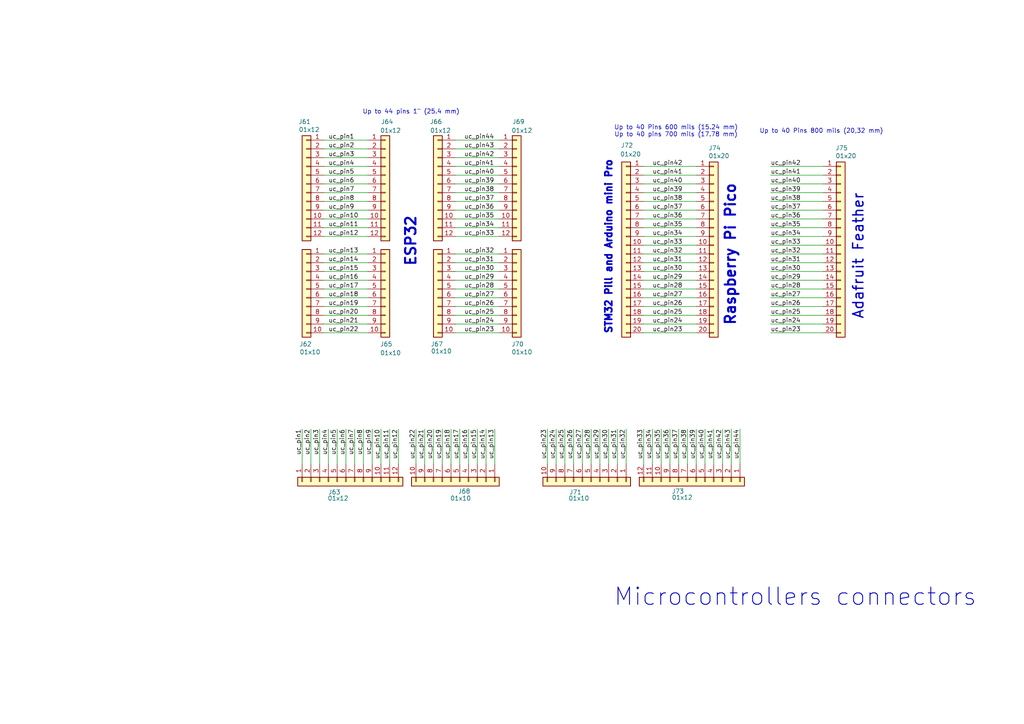
<source format=kicad_sch>
(kicad_sch (version 20231120) (generator "eeschema") (generator_version "8.0")
  (paper "A4")
  (title_block (title "ProtoConn Schematics") (date "2024-12-01") (rev "1") (company "@pakequis"))
  (lib_symbols
    (symbol "Connector_Generic:Conn_01x10" (pin_names (offset 1.016) hide)
      (property "Reference" "J" (at 0 12.7 0))
      (property "Value" "Conn_01x10" (at 0 -15.24 0))
      (symbol "Conn_01x10_1_1"
        (rectangle (start -1.27 -12.573) (end 0 -12.827) (stroke (width 0.1524)))
        (rectangle (start -1.27 -10.033) (end 0 -10.287) (stroke (width 0.1524)))
        (rectangle (start -1.27 -7.493) (end 0 -7.747) (stroke (width 0.1524)))
        (rectangle (start -1.27 -4.953) (end 0 -5.207) (stroke (width 0.1524)))
        (rectangle (start -1.27 -2.413) (end 0 -2.667) (stroke (width 0.1524)))
        (rectangle (start -1.27 0.127) (end 0 -0.127) (stroke (width 0.1524)))
        (rectangle (start -1.27 2.667) (end 0 2.413) (stroke (width 0.1524)))
        (rectangle (start -1.27 5.207) (end 0 4.953) (stroke (width 0.1524)))
        (rectangle (start -1.27 7.747) (end 0 7.493) (stroke (width 0.1524)))
        (rectangle (start -1.27 10.287) (end 0 10.033) (stroke (width 0.1524)))
        (rectangle (start -1.27 11.43) (end 1.27 -13.97) (stroke (width 0.254)) (fill (type background)))
        (pin passive line (at -5.08 10.16 0) (length 3.81) (name "Pin_1") (number "1"))
        (pin passive line (at -5.08 -12.7 0) (length 3.81) (name "Pin_10") (number "10"))
        (pin passive line (at -5.08 7.62 0) (length 3.81) (name "Pin_2") (number "2"))
        (pin passive line (at -5.08 5.08 0) (length 3.81) (name "Pin_3") (number "3"))
        (pin passive line (at -5.08 2.54 0) (length 3.81) (name "Pin_4") (number "4"))
        (pin passive line (at -5.08 0 0) (length 3.81) (name "Pin_5") (number "5"))
        (pin passive line (at -5.08 -2.54 0) (length 3.81) (name "Pin_6") (number "6"))
        (pin passive line (at -5.08 -5.08 0) (length 3.81) (name "Pin_7") (number "7"))
        (pin passive line (at -5.08 -7.62 0) (length 3.81) (name "Pin_8") (number "8"))
        (pin passive line (at -5.08 -10.16 0) (length 3.81) (name "Pin_9") (number "9"))
      )
    )
    (symbol "Connector_Generic:Conn_01x12" (pin_names (offset 1.016) hide)
      (property "Reference" "J" (at 0 15.24 0))
      (property "Value" "Conn_01x12" (at 0 -17.78 0))
      (symbol "Conn_01x12_1_1"
        (rectangle (start -1.27 -15.113) (end 0 -15.367) (stroke (width 0.1524)))
        (rectangle (start -1.27 -12.573) (end 0 -12.827) (stroke (width 0.1524)))
        (rectangle (start -1.27 -10.033) (end 0 -10.287) (stroke (width 0.1524)))
        (rectangle (start -1.27 -7.493) (end 0 -7.747) (stroke (width 0.1524)))
        (rectangle (start -1.27 -4.953) (end 0 -5.207) (stroke (width 0.1524)))
        (rectangle (start -1.27 -2.413) (end 0 -2.667) (stroke (width 0.1524)))
        (rectangle (start -1.27 0.127) (end 0 -0.127) (stroke (width 0.1524)))
        (rectangle (start -1.27 2.667) (end 0 2.413) (stroke (width 0.1524)))
        (rectangle (start -1.27 5.207) (end 0 4.953) (stroke (width 0.1524)))
        (rectangle (start -1.27 7.747) (end 0 7.493) (stroke (width 0.1524)))
        (rectangle (start -1.27 10.287) (end 0 10.033) (stroke (width 0.1524)))
        (rectangle (start -1.27 12.827) (end 0 12.573) (stroke (width 0.1524)))
        (rectangle (start -1.27 13.97) (end 1.27 -16.51) (stroke (width 0.254)) (fill (type background)))
        (pin passive line (at -5.08 12.7 0) (length 3.81) (name "Pin_1") (number "1"))
        (pin passive line (at -5.08 -10.16 0) (length 3.81) (name "Pin_10") (number "10"))
        (pin passive line (at -5.08 -12.7 0) (length 3.81) (name "Pin_11") (number "11"))
        (pin passive line (at -5.08 -15.24 0) (length 3.81) (name "Pin_12") (number "12"))
        (pin passive line (at -5.08 10.16 0) (length 3.81) (name "Pin_2") (number "2"))
        (pin passive line (at -5.08 7.62 0) (length 3.81) (name "Pin_3") (number "3"))
        (pin passive line (at -5.08 5.08 0) (length 3.81) (name "Pin_4") (number "4"))
        (pin passive line (at -5.08 2.54 0) (length 3.81) (name "Pin_5") (number "5"))
        (pin passive line (at -5.08 0 0) (length 3.81) (name "Pin_6") (number "6"))
        (pin passive line (at -5.08 -2.54 0) (length 3.81) (name "Pin_7") (number "7"))
        (pin passive line (at -5.08 -5.08 0) (length 3.81) (name "Pin_8") (number "8"))
        (pin passive line (at -5.08 -7.62 0) (length 3.81) (name "Pin_9") (number "9"))
      )
    )
    (symbol "Connector_Generic:Conn_01x20" (pin_names (offset 1.016) hide)
      (property "Reference" "J" (at 0 25.4 0))
      (property "Value" "Conn_01x20" (at 0 -27.94 0))
      (symbol "Conn_01x20_1_1"
        (rectangle (start -1.27 -25.273) (end 0 -25.527) (stroke (width 0.1524)))
        (rectangle (start -1.27 -22.733) (end 0 -22.987) (stroke (width 0.1524)))
        (rectangle (start -1.27 -20.193) (end 0 -20.447) (stroke (width 0.1524)))
        (rectangle (start -1.27 -17.653) (end 0 -17.907) (stroke (width 0.1524)))
        (rectangle (start -1.27 -15.113) (end 0 -15.367) (stroke (width 0.1524)))
        (rectangle (start -1.27 -12.573) (end 0 -12.827) (stroke (width 0.1524)))
        (rectangle (start -1.27 -10.033) (end 0 -10.287) (stroke (width 0.1524)))
        (rectangle (start -1.27 -7.493) (end 0 -7.747) (stroke (width 0.1524)))
        (rectangle (start -1.27 -4.953) (end 0 -5.207) (stroke (width 0.1524)))
        (rectangle (start -1.27 -2.413) (end 0 -2.667) (stroke (width 0.1524)))
        (rectangle (start -1.27 0.127) (end 0 -0.127) (stroke (width 0.1524)))
        (rectangle (start -1.27 2.667) (end 0 2.413) (stroke (width 0.1524)))
        (rectangle (start -1.27 5.207) (end 0 4.953) (stroke (width 0.1524)))
        (rectangle (start -1.27 7.747) (end 0 7.493) (stroke (width 0.1524)))
        (rectangle (start -1.27 10.287) (end 0 10.033) (stroke (width 0.1524)))
        (rectangle (start -1.27 12.827) (end 0 12.573) (stroke (width 0.1524)))
        (rectangle (start -1.27 15.367) (end 0 15.113) (stroke (width 0.1524)))
        (rectangle (start -1.27 17.907) (end 0 17.653) (stroke (width 0.1524)))
        (rectangle (start -1.27 20.447) (end 0 20.193) (stroke (width 0.1524)))
        (rectangle (start -1.27 22.987) (end 0 22.733) (stroke (width 0.1524)))
        (rectangle (start -1.27 24.13) (end 1.27 -26.67) (stroke (width 0.254)) (fill (type background)))
        (pin passive line (at -5.08 22.86 0) (length 3.81) (name "Pin_1") (number "1"))
        (pin passive line (at -5.08 0 0) (length 3.81) (name "Pin_10") (number "10"))
        (pin passive line (at -5.08 -2.54 0) (length 3.81) (name "Pin_11") (number "11"))
        (pin passive line (at -5.08 -5.08 0) (length 3.81) (name "Pin_12") (number "12"))
        (pin passive line (at -5.08 -7.62 0) (length 3.81) (name "Pin_13") (number "13"))
        (pin passive line (at -5.08 -10.16 0) (length 3.81) (name "Pin_14") (number "14"))
        (pin passive line (at -5.08 -12.7 0) (length 3.81) (name "Pin_15") (number "15"))
        (pin passive line (at -5.08 -15.24 0) (length 3.81) (name "Pin_16") (number "16"))
        (pin passive line (at -5.08 -17.78 0) (length 3.81) (name "Pin_17") (number "17"))
        (pin passive line (at -5.08 -20.32 0) (length 3.81) (name "Pin_18") (number "18"))
        (pin passive line (at -5.08 -22.86 0) (length 3.81) (name "Pin_19") (number "19"))
        (pin passive line (at -5.08 20.32 0) (length 3.81) (name "Pin_2") (number "2"))
        (pin passive line (at -5.08 -25.4 0) (length 3.81) (name "Pin_20") (number "20"))
        (pin passive line (at -5.08 17.78 0) (length 3.81) (name "Pin_3") (number "3"))
        (pin passive line (at -5.08 15.24 0) (length 3.81) (name "Pin_4") (number "4"))
        (pin passive line (at -5.08 12.7 0) (length 3.81) (name "Pin_5") (number "5"))
        (pin passive line (at -5.08 10.16 0) (length 3.81) (name "Pin_6") (number "6"))
        (pin passive line (at -5.08 7.62 0) (length 3.81) (name "Pin_7") (number "7"))
        (pin passive line (at -5.08 5.08 0) (length 3.81) (name "Pin_8") (number "8"))
        (pin passive line (at -5.08 2.54 0) (length 3.81) (name "Pin_9") (number "9"))
      )
    )
  )
  (wire (pts (xy 110.49 124.46) (xy 110.49 134.62)))
  (wire (pts (xy 194.31 124.46) (xy 194.31 134.62)))
  (wire (pts (xy 223.52 48.26) (xy 238.76 48.26)))
  (wire (pts (xy 186.69 86.36) (xy 201.93 86.36)))
  (wire (pts (xy 132.08 73.66) (xy 144.78 73.66)))
  (wire (pts (xy 115.57 124.46) (xy 115.57 134.62)))
  (wire (pts (xy 93.98 78.74) (xy 106.68 78.74)))
  (wire (pts (xy 132.08 93.98) (xy 144.78 93.98)))
  (wire (pts (xy 93.98 43.18) (xy 106.68 43.18)))
  (wire (pts (xy 223.52 71.12) (xy 238.76 71.12)))
  (wire (pts (xy 181.61 124.46) (xy 181.61 134.62)))
  (wire (pts (xy 173.99 124.46) (xy 173.99 134.62)))
  (wire (pts (xy 186.69 48.26) (xy 201.93 48.26)))
  (wire (pts (xy 223.52 60.96) (xy 238.76 60.96)))
  (wire (pts (xy 132.08 81.28) (xy 144.78 81.28)))
  (wire (pts (xy 186.69 78.74) (xy 201.93 78.74)))
  (wire (pts (xy 93.98 58.42) (xy 106.68 58.42)))
  (wire (pts (xy 93.98 66.04) (xy 106.68 66.04)))
  (wire (pts (xy 93.98 88.9) (xy 106.68 88.9)))
  (wire (pts (xy 186.69 53.34) (xy 201.93 53.34)))
  (wire (pts (xy 204.47 124.46) (xy 204.47 134.62)))
  (wire (pts (xy 102.87 124.46) (xy 102.87 134.62)))
  (wire (pts (xy 97.79 124.46) (xy 97.79 134.62)))
  (wire (pts (xy 209.55 124.46) (xy 209.55 134.62)))
  (wire (pts (xy 93.98 96.52) (xy 106.68 96.52)))
  (wire (pts (xy 186.69 58.42) (xy 201.93 58.42)))
  (wire (pts (xy 128.27 124.46) (xy 128.27 134.62)))
  (wire (pts (xy 158.75 124.46) (xy 158.75 134.62)))
  (wire (pts (xy 207.01 124.46) (xy 207.01 134.62)))
  (wire (pts (xy 179.07 124.46) (xy 179.07 134.62)))
  (wire (pts (xy 93.98 60.96) (xy 106.68 60.96)))
  (wire (pts (xy 87.63 124.46) (xy 87.63 134.62)))
  (wire (pts (xy 132.08 45.72) (xy 144.78 45.72)))
  (wire (pts (xy 223.52 91.44) (xy 238.76 91.44)))
  (wire (pts (xy 93.98 53.34) (xy 106.68 53.34)))
  (wire (pts (xy 223.52 76.2) (xy 238.76 76.2)))
  (wire (pts (xy 120.65 124.46) (xy 120.65 134.62)))
  (wire (pts (xy 132.08 96.52) (xy 144.78 96.52)))
  (wire (pts (xy 163.83 124.46) (xy 163.83 134.62)))
  (wire (pts (xy 186.69 83.82) (xy 201.93 83.82)))
  (wire (pts (xy 138.43 124.46) (xy 138.43 134.62)))
  (wire (pts (xy 223.52 93.98) (xy 238.76 93.98)))
  (wire (pts (xy 95.25 124.46) (xy 95.25 134.62)))
  (wire (pts (xy 123.19 124.46) (xy 123.19 134.62)))
  (wire (pts (xy 93.98 76.2) (xy 106.68 76.2)))
  (wire (pts (xy 132.08 53.34) (xy 144.78 53.34)))
  (wire (pts (xy 93.98 73.66) (xy 106.68 73.66)))
  (wire (pts (xy 171.45 124.46) (xy 171.45 134.62)))
  (wire (pts (xy 135.89 124.46) (xy 135.89 134.62)))
  (wire (pts (xy 133.35 124.46) (xy 133.35 134.62)))
  (wire (pts (xy 186.69 124.46) (xy 186.69 134.62)))
  (wire (pts (xy 223.52 68.58) (xy 238.76 68.58)))
  (wire (pts (xy 132.08 88.9) (xy 144.78 88.9)))
  (wire (pts (xy 201.93 124.46) (xy 201.93 134.62)))
  (wire (pts (xy 132.08 50.8) (xy 144.78 50.8)))
  (wire (pts (xy 93.98 63.5) (xy 106.68 63.5)))
  (wire (pts (xy 189.23 124.46) (xy 189.23 134.62)))
  (wire (pts (xy 132.08 91.44) (xy 144.78 91.44)))
  (wire (pts (xy 186.69 60.96) (xy 201.93 60.96)))
  (wire (pts (xy 199.39 124.46) (xy 199.39 134.62)))
  (wire (pts (xy 93.98 93.98) (xy 106.68 93.98)))
  (wire (pts (xy 93.98 83.82) (xy 106.68 83.82)))
  (wire (pts (xy 214.63 124.46) (xy 214.63 134.62)))
  (wire (pts (xy 161.29 124.46) (xy 161.29 134.62)))
  (wire (pts (xy 107.95 124.46) (xy 107.95 134.62)))
  (wire (pts (xy 132.08 43.18) (xy 144.78 43.18)))
  (wire (pts (xy 196.85 124.46) (xy 196.85 134.62)))
  (wire (pts (xy 186.69 76.2) (xy 201.93 76.2)))
  (wire (pts (xy 125.73 124.46) (xy 125.73 134.62)))
  (wire (pts (xy 132.08 66.04) (xy 144.78 66.04)))
  (wire (pts (xy 223.52 50.8) (xy 238.76 50.8)))
  (wire (pts (xy 223.52 83.82) (xy 238.76 83.82)))
  (wire (pts (xy 132.08 55.88) (xy 144.78 55.88)))
  (wire (pts (xy 223.52 81.28) (xy 238.76 81.28)))
  (wire (pts (xy 166.37 124.46) (xy 166.37 134.62)))
  (wire (pts (xy 223.52 86.36) (xy 238.76 86.36)))
  (wire (pts (xy 186.69 68.58) (xy 201.93 68.58)))
  (wire (pts (xy 93.98 55.88) (xy 106.68 55.88)))
  (wire (pts (xy 186.69 96.52) (xy 201.93 96.52)))
  (wire (pts (xy 132.08 68.58) (xy 144.78 68.58)))
  (wire (pts (xy 223.52 53.34) (xy 238.76 53.34)))
  (wire (pts (xy 93.98 68.58) (xy 106.68 68.58)))
  (wire (pts (xy 223.52 66.04) (xy 238.76 66.04)))
  (wire (pts (xy 223.52 96.52) (xy 238.76 96.52)))
  (wire (pts (xy 212.09 124.46) (xy 212.09 134.62)))
  (wire (pts (xy 186.69 73.66) (xy 201.93 73.66)))
  (wire (pts (xy 186.69 50.8) (xy 201.93 50.8)))
  (wire (pts (xy 132.08 58.42) (xy 144.78 58.42)))
  (wire (pts (xy 132.08 83.82) (xy 144.78 83.82)))
  (wire (pts (xy 132.08 60.96) (xy 144.78 60.96)))
  (wire (pts (xy 223.52 63.5) (xy 238.76 63.5)))
  (wire (pts (xy 176.53 124.46) (xy 176.53 134.62)))
  (wire (pts (xy 143.51 124.46) (xy 143.51 134.62)))
  (wire (pts (xy 93.98 86.36) (xy 106.68 86.36)))
  (wire (pts (xy 140.97 124.46) (xy 140.97 134.62)))
  (wire (pts (xy 186.69 91.44) (xy 201.93 91.44)))
  (wire (pts (xy 93.98 40.64) (xy 106.68 40.64)))
  (wire (pts (xy 186.69 81.28) (xy 201.93 81.28)))
  (wire (pts (xy 223.52 88.9) (xy 238.76 88.9)))
  (wire (pts (xy 186.69 55.88) (xy 201.93 55.88)))
  (wire (pts (xy 186.69 63.5) (xy 201.93 63.5)))
  (wire (pts (xy 132.08 48.26) (xy 144.78 48.26)))
  (wire (pts (xy 132.08 86.36) (xy 144.78 86.36)))
  (wire (pts (xy 223.52 78.74) (xy 238.76 78.74)))
  (wire (pts (xy 186.69 71.12) (xy 201.93 71.12)))
  (wire (pts (xy 132.08 78.74) (xy 144.78 78.74)))
  (wire (pts (xy 100.33 124.46) (xy 100.33 134.62)))
  (wire (pts (xy 105.41 124.46) (xy 105.41 134.62)))
  (wire (pts (xy 168.91 124.46) (xy 168.91 134.62)))
  (wire (pts (xy 186.69 93.98) (xy 201.93 93.98)))
  (wire (pts (xy 191.77 124.46) (xy 191.77 134.62)))
  (wire (pts (xy 132.08 63.5) (xy 144.78 63.5)))
  (wire (pts (xy 223.52 58.42) (xy 238.76 58.42)))
  (wire (pts (xy 93.98 45.72) (xy 106.68 45.72)))
  (wire (pts (xy 130.81 124.46) (xy 130.81 134.62)))
  (wire (pts (xy 93.98 50.8) (xy 106.68 50.8)))
  (wire (pts (xy 186.69 88.9) (xy 201.93 88.9)))
  (wire (pts (xy 92.71 124.46) (xy 92.71 134.62)))
  (wire (pts (xy 93.98 48.26) (xy 106.68 48.26)))
  (wire (pts (xy 186.69 66.04) (xy 201.93 66.04)))
  (wire (pts (xy 113.03 124.46) (xy 113.03 134.62)))
  (wire (pts (xy 223.52 73.66) (xy 238.76 73.66)))
  (wire (pts (xy 93.98 91.44) (xy 106.68 91.44)))
  (wire (pts (xy 132.08 40.64) (xy 144.78 40.64)))
  (wire (pts (xy 132.08 76.2) (xy 144.78 76.2)))
  (wire (pts (xy 90.17 124.46) (xy 90.17 134.62)))
  (wire (pts (xy 223.52 55.88) (xy 238.76 55.88)))
  (wire (pts (xy 93.98 81.28) (xy 106.68 81.28)))
  (text "ESP32" (at 119.126 62.484 90) (effects (font (size 3 3) (thickness 0.6) (bold yes)) (justify right)))
  (text "Raspberry Pi Pico" (at 211.836 53.086 90) (effects (font (size 3 3) (thickness 0.6) (bold yes)) (justify right)))
  (text "STM32 Pill and Arduino mini Pro" (at 176.53 46.228 90) (effects (font (size 2 2) (thickness 0.6) (bold yes)) (justify right)))
  (text "Microcontrollers connectors" (at 283.464 173.228 0) (effects (font (size 5 5) (thickness 0.254) (bold yes)) (justify right)))
  (text "Adafruit Feather" (at 248.92 55.88 90) (effects (font (size 3 3) (thickness 0.4) (bold yes)) (justify right)))
  (text "Up to 40 Pins 600 mils (15.24 mm)\nUp to 40 pins 700 mils (17.78 mm)" (at 196.088 38.1 0) (effects (font (size 1.27 1.27))))
  (text "Up to 44 pins 1\" (25.4 mm)" (at 133.35 32.512 0) (effects (font (size 1.27 1.27) (thickness 0.1588)) (justify right)))
  (text "Up to 40 Pins 800 mils (20,32 mm)" (at 238.252 38.1 0) (effects (font (size 1.27 1.27))))
  (label "uc_pin11" (at 113.03 124.46 270))
  (label "uc_pin33" (at 189.23 71.12 0))
  (label "uc_pin24" (at 161.29 124.46 270))
  (label "uc_pin37" (at 196.85 124.46 270))
  (label "uc_pin33" (at 186.69 124.46 270))
  (label "uc_pin42" (at 209.55 124.46 270))
  (label "uc_pin10" (at 95.25 63.5 0))
  (label "uc_pin39" (at 223.52 55.88 0))
  (label "uc_pin8" (at 105.41 124.46 270))
  (label "uc_pin24" (at 223.52 93.98 0))
  (label "uc_pin26" (at 189.23 88.9 0))
  (label "uc_pin33" (at 134.62 68.58 0))
  (label "uc_pin27" (at 223.52 86.36 0))
  (label "uc_pin17" (at 95.25 83.82 0))
  (label "uc_pin30" (at 223.52 78.74 0))
  (label "uc_pin42" (at 134.62 45.72 0))
  (label "uc_pin43" (at 134.62 43.18 0))
  (label "uc_pin32" (at 181.61 124.46 270))
  (label "uc_pin39" (at 134.62 53.34 0))
  (label "uc_pin23" (at 134.62 96.52 0))
  (label "uc_pin12" (at 115.57 124.46 270))
  (label "uc_pin26" (at 134.62 88.9 0))
  (label "uc_pin36" (at 194.31 124.46 270))
  (label "uc_pin22" (at 95.25 96.52 0))
  (label "uc_pin7" (at 95.25 55.88 0))
  (label "uc_pin11" (at 95.25 66.04 0))
  (label "uc_pin41" (at 189.23 50.8 0))
  (label "uc_pin13" (at 143.51 124.46 270))
  (label "uc_pin14" (at 95.25 76.2 0))
  (label "uc_pin2" (at 90.17 124.46 270) (effects (font (thickness 0.1588))))
  (label "uc_pin42" (at 189.23 48.26 0))
  (label "uc_pin38" (at 134.62 55.88 0))
  (label "uc_pin40" (at 223.52 53.34 0))
  (label "uc_pin29" (at 134.62 81.28 0))
  (label "uc_pin34" (at 223.52 68.58 0))
  (label "uc_pin4" (at 95.25 124.46 270))
  (label "uc_pin36" (at 134.62 60.96 0))
  (label "uc_pin32" (at 189.23 73.66 0))
  (label "uc_pin40" (at 134.62 50.8 0))
  (label "uc_pin21" (at 95.25 93.98 0))
  (label "uc_pin9" (at 107.95 124.46 270))
  (label "uc_pin41" (at 207.01 124.46 270))
  (label "uc_pin28" (at 171.45 124.46 270))
  (label "uc_pin21" (at 123.19 124.46 270))
  (label "uc_pin31" (at 134.62 76.2 0))
  (label "uc_pin34" (at 189.23 68.58 0))
  (label "uc_pin42" (at 223.52 48.26 0))
  (label "uc_pin28" (at 189.23 83.82 0))
  (label "uc_pin34" (at 189.23 124.46 270))
  (label "uc_pin18" (at 130.81 124.46 270))
  (label "uc_pin2" (at 95.25 43.18 0) (effects (font (thickness 0.1588))))
  (label "uc_pin24" (at 189.23 93.98 0))
  (label "uc_pin34" (at 134.62 66.04 0))
  (label "uc_pin9" (at 95.25 60.96 0))
  (label "uc_pin36" (at 189.23 63.5 0))
  (label "uc_pin43" (at 212.09 124.46 270))
  (label "uc_pin10" (at 110.49 124.46 270))
  (label "uc_pin18" (at 95.25 86.36 0))
  (label "uc_pin23" (at 158.75 124.46 270))
  (label "uc_pin38" (at 189.23 58.42 0))
  (label "uc_pin35" (at 134.62 63.5 0))
  (label "uc_pin25" (at 163.83 124.46 270))
  (label "uc_pin32" (at 134.62 73.66 0))
  (label "uc_pin32" (at 223.52 73.66 0))
  (label "uc_pin31" (at 179.07 124.46 270))
  (label "uc_pin24" (at 134.62 93.98 0))
  (label "uc_pin39" (at 189.23 55.88 0))
  (label "uc_pin37" (at 223.52 60.96 0))
  (label "uc_pin27" (at 189.23 86.36 0))
  (label "uc_pin6" (at 95.25 53.34 0))
  (label "uc_pin15" (at 138.43 124.46 270))
  (label "uc_pin20" (at 125.73 124.46 270))
  (label "uc_pin35" (at 191.77 124.46 270))
  (label "uc_pin1" (at 87.63 124.46 270) (effects (font (thickness 0.1588))))
  (label "uc_pin13" (at 95.25 73.66 0))
  (label "uc_pin37" (at 189.23 60.96 0))
  (label "uc_pin19" (at 95.25 88.9 0))
  (label "uc_pin4" (at 95.25 48.26 0))
  (label "uc_pin26" (at 223.52 88.9 0))
  (label "uc_pin27" (at 134.62 86.36 0))
  (label "uc_pin28" (at 223.52 83.82 0))
  (label "uc_pin8" (at 95.25 58.42 0))
  (label "uc_pin37" (at 134.62 58.42 0))
  (label "uc_pin36" (at 223.52 63.5 0))
  (label "uc_pin27" (at 168.91 124.46 270))
  (label "uc_pin38" (at 223.52 58.42 0))
  (label "uc_pin23" (at 189.23 96.52 0))
  (label "uc_pin41" (at 223.52 50.8 0))
  (label "uc_pin5" (at 95.25 50.8 0))
  (label "uc_pin31" (at 189.23 76.2 0))
  (label "uc_pin44" (at 214.63 124.46 270))
  (label "uc_pin41" (at 134.62 48.26 0))
  (label "uc_pin25" (at 189.23 91.44 0))
  (label "uc_pin30" (at 134.62 78.74 0))
  (label "uc_pin5" (at 97.79 124.46 270))
  (label "uc_pin22" (at 120.65 124.46 270))
  (label "uc_pin38" (at 199.39 124.46 270))
  (label "uc_pin14" (at 140.97 124.46 270))
  (label "uc_pin6" (at 100.33 124.46 270))
  (label "uc_pin25" (at 223.52 91.44 0))
  (label "uc_pin16" (at 95.25 81.28 0))
  (label "uc_pin3" (at 95.25 45.72 0) (effects (font (thickness 0.1588))))
  (label "uc_pin1" (at 95.25 40.64 0) (effects (font (thickness 0.1588))))
  (label "uc_pin35" (at 223.52 66.04 0))
  (label "uc_pin28" (at 134.62 83.82 0))
  (label "uc_pin3" (at 92.71 124.46 270) (effects (font (thickness 0.1588))))
  (label "uc_pin12" (at 95.25 68.58 0))
  (label "uc_pin44" (at 134.62 40.64 0))
  (label "uc_pin29" (at 189.23 81.28 0))
  (label "uc_pin19" (at 128.27 124.46 270))
  (label "uc_pin40" (at 189.23 53.34 0))
  (label "uc_pin17" (at 133.35 124.46 270))
  (label "uc_pin30" (at 189.23 78.74 0))
  (label "uc_pin26" (at 166.37 124.46 270))
  (label "uc_pin16" (at 135.89 124.46 270))
  (label "uc_pin40" (at 204.47 124.46 270))
  (label "uc_pin30" (at 176.53 124.46 270))
  (label "uc_pin29" (at 173.99 124.46 270))
  (label "uc_pin20" (at 95.25 91.44 0))
  (label "uc_pin7" (at 102.87 124.46 270))
  (label "uc_pin25" (at 134.62 91.44 0))
  (label "uc_pin15" (at 95.25 78.74 0))
  (label "uc_pin35" (at 189.23 66.04 0))
  (label "uc_pin31" (at 223.52 76.2 0))
  (label "uc_pin23" (at 223.52 96.52 0))
  (label "uc_pin33" (at 223.52 71.12 0))
  (label "uc_pin39" (at 201.93 124.46 270))
  (label "uc_pin29" (at 223.52 81.28 0))
  (symbol (lib_id "Connector_Generic:Conn_01x12") (at 149.86 53.34 0) (unit 1)
    (property "Reference" "J69" (at 148.59 35.306 0) (effects (justify left)))
    (property "Value" "01x12" (at 148.336 37.846 0) (effects (justify left)))
    (property "Footprint" "Connector_PinHeader_2.54mm:PinHeader_1x12_P2.54mm_Vertical" (effects (hide yes)))
    (property "Description" "Generic connector, single row, 01x12, script generated (kicad-library-utils/schlib/autogen/connector/)" (effects (hide yes)))
  )
  (symbol (lib_id "Connector_Generic:Conn_01x12") (at 88.9 53.34 0) (mirror y) (unit 1)
    (property "Reference" "J61" (at 90.17 35.306 0) (effects (justify left)))
    (property "Value" "01x12" (at 92.71 37.592 0) (effects (justify left)))
    (property "Footprint" "Connector_PinHeader_2.54mm:PinHeader_1x12_P2.54mm_Vertical" (effects (hide yes)))
    (property "Description" "Generic connector, single row, 01x12, script generated (kicad-library-utils/schlib/autogen/connector/)" (effects (hide yes)))
  )
  (symbol (lib_id "Connector_Generic:Conn_01x12") (at 100.33 139.7 90) (mirror x) (unit 1)
    (property "Reference" "J63" (at 98.806 142.748 90) (effects (justify left)))
    (property "Value" "01x12" (at 101.092 144.526 90) (effects (justify left)))
    (property "Footprint" "Connector_PinHeader_2.54mm:PinHeader_1x12_P2.54mm_Vertical" (effects (hide yes)))
    (property "Description" "Generic connector, single row, 01x12, script generated (kicad-library-utils/schlib/autogen/connector/)" (effects (hide yes)))
  )
  (symbol (lib_id "Connector_Generic:Conn_01x10") (at 171.45 139.7 270) (unit 1)
    (property "Reference" "J71" (at 165.1 142.748 90) (effects (justify left)))
    (property "Value" "01x10" (at 164.846 144.526 90) (effects (justify left)))
    (property "Footprint" "Connector_PinHeader_2.54mm:PinHeader_1x10_P2.54mm_Vertical" (effects (hide yes)))
    (property "Description" "Generic connector, single row, 01x10, script generated (kicad-library-utils/schlib/autogen/connector/)" (effects (hide yes)))
  )
  (symbol (lib_id "Connector_Generic:Conn_01x10") (at 127 83.82 0) (mirror y) (unit 1)
    (property "Reference" "J67" (at 128.524 99.822 0) (effects (justify left)))
    (property "Value" "01x10" (at 131.064 101.854 0) (effects (justify left)))
    (property "Footprint" "Connector_PinSocket_2.54mm:PinSocket_1x10_P2.54mm_Vertical" (effects (hide yes)))
    (property "Description" "Generic connector, single row, 01x10, script generated (kicad-library-utils/schlib/autogen/connector/)" (effects (hide yes)))
  )
  (symbol (lib_id "Connector_Generic:Conn_01x10") (at 133.35 139.7 270) (unit 1)
    (property "Reference" "J68" (at 132.842 142.494 90) (effects (justify left)))
    (property "Value" "01x10" (at 130.556 144.526 90) (effects (justify left)))
    (property "Footprint" "Connector_PinHeader_2.54mm:PinHeader_1x10_P2.54mm_Vertical" (effects (hide yes)))
    (property "Description" "Generic connector, single row, 01x10, script generated (kicad-library-utils/schlib/autogen/connector/)" (effects (hide yes)))
  )
  (symbol (lib_id "Connector_Generic:Conn_01x10") (at 111.76 83.82 0) (unit 1)
    (property "Reference" "J65" (at 110.236 99.822 0) (effects (justify left)))
    (property "Value" "01x10" (at 110.236 102.362 0) (effects (justify left)))
    (property "Footprint" "Connector_PinSocket_2.54mm:PinSocket_1x10_P2.54mm_Vertical" (effects (hide yes)))
    (property "Description" "Generic connector, single row, 01x10, script generated (kicad-library-utils/schlib/autogen/connector/)" (effects (hide yes)))
  )
  (symbol (lib_id "Connector_Generic:Conn_01x12") (at 201.93 139.7 270) (unit 1)
    (property "Reference" "J73" (at 194.818 142.494 90) (effects (justify left)))
    (property "Value" "01x12" (at 194.818 144.272 90) (effects (justify left)))
    (property "Footprint" "Connector_PinHeader_2.54mm:PinHeader_1x12_P2.54mm_Vertical" (effects (hide yes)))
    (property "Description" "Generic connector, single row, 01x12, script generated (kicad-library-utils/schlib/autogen/connector/)" (effects (hide yes)))
  )
  (symbol (lib_id "Connector_Generic:Conn_01x10") (at 149.86 83.82 0) (unit 1)
    (property "Reference" "J70" (at 148.336 99.822 0) (effects (justify left)))
    (property "Value" "01x10" (at 148.336 102.108 0) (effects (justify left)))
    (property "Footprint" "Connector_PinHeader_2.54mm:PinHeader_1x10_P2.54mm_Vertical" (effects (hide yes)))
    (property "Description" "Generic connector, single row, 01x10, script generated (kicad-library-utils/schlib/autogen/connector/)" (effects (hide yes)))
  )
  (symbol (lib_id "Connector_Generic:Conn_01x12") (at 111.76 53.34 0) (unit 1)
    (property "Reference" "J64" (at 110.49 35.306 0) (effects (justify left)))
    (property "Value" "01x12" (at 110.236 37.846 0) (effects (justify left)))
    (property "Footprint" "Connector_PinSocket_2.54mm:PinSocket_1x12_P2.54mm_Vertical" (effects (hide yes)))
    (property "Description" "Generic connector, single row, 01x12, script generated (kicad-library-utils/schlib/autogen/connector/)" (effects (hide yes)))
  )
  (symbol (lib_id "Connector_Generic:Conn_01x20") (at 207.01 71.12 0) (unit 1)
    (property "Reference" "J74" (at 205.486 42.926 0) (effects (justify left)))
    (property "Value" "01x20" (at 205.486 45.212 0) (effects (justify left)))
    (property "Footprint" "Connector_PinSocket_2.54mm:PinSocket_1x20_P2.54mm_Vertical" (effects (hide yes)))
    (property "Description" "Generic connector, single row, 01x20, script generated (kicad-library-utils/schlib/autogen/connector/)" (effects (hide yes)))
  )
  (symbol (lib_id "Connector_Generic:Conn_01x20") (at 243.84 71.12 0) (unit 1)
    (property "Reference" "J75" (at 242.316 42.926 0) (effects (justify left)))
    (property "Value" "01x20" (at 242.316 45.212 0) (effects (justify left)))
    (property "Footprint" "Connector_PinSocket_2.54mm:PinSocket_1x20_P2.54mm_Vertical" (effects (hide yes)))
    (property "Description" "Generic connector, single row, 01x20, script generated (kicad-library-utils/schlib/autogen/connector/)" (effects (hide yes)))
  )
  (symbol (lib_id "Connector_Generic:Conn_01x12") (at 127 53.34 0) (mirror y) (unit 1)
    (property "Reference" "J66" (at 128.27 35.306 0) (effects (justify left)))
    (property "Value" "01x12" (at 130.81 37.846 0) (effects (justify left)))
    (property "Footprint" "Connector_PinSocket_2.54mm:PinSocket_1x12_P2.54mm_Vertical" (effects (hide yes)))
    (property "Description" "Generic connector, single row, 01x12, script generated (kicad-library-utils/schlib/autogen/connector/)" (effects (hide yes)))
  )
  (symbol (lib_id "Connector_Generic:Conn_01x10") (at 88.9 83.82 0) (mirror y) (unit 1)
    (property "Reference" "J62" (at 90.424 99.822 0) (effects (justify left)))
    (property "Value" "01x10" (at 92.964 102.108 0) (effects (justify left)))
    (property "Footprint" "Connector_PinHeader_2.54mm:PinHeader_1x10_P2.54mm_Vertical" (effects (hide yes)))
    (property "Description" "Generic connector, single row, 01x10, script generated (kicad-library-utils/schlib/autogen/connector/)" (effects (hide yes)))
  )
  (symbol (lib_id "Connector_Generic:Conn_01x20") (at 181.61 71.12 0) (mirror y) (unit 1)
    (property "Reference" "J72" (at 183.642 42.164 0) (effects (justify left)))
    (property "Value" "01x20" (at 185.928 44.704 0) (effects (justify left)))
    (property "Footprint" "Connector_PinSocket_2.54mm:PinSocket_1x20_P2.54mm_Vertical" (effects (hide yes)))
    (property "Description" "Generic connector, single row, 01x20, script generated (kicad-library-utils/schlib/autogen/connector/)" (effects (hide yes)))
  )
)
</source>
